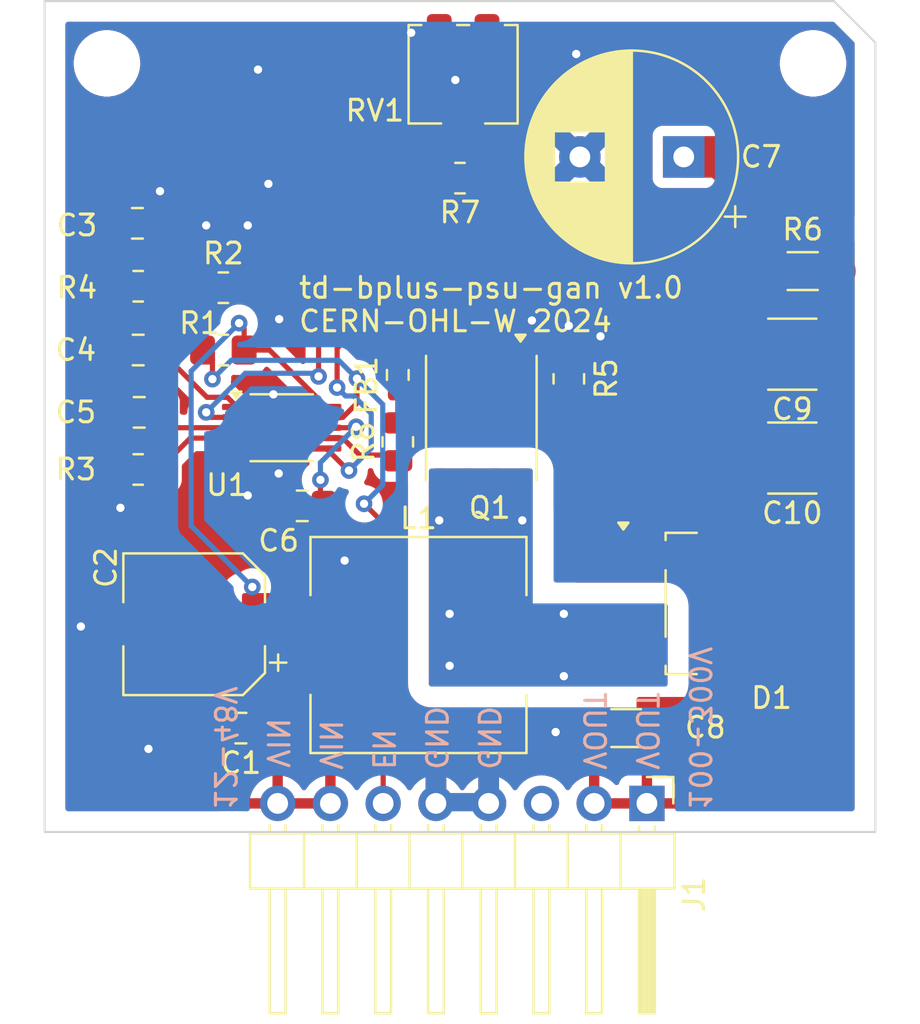
<source format=kicad_pcb>
(kicad_pcb (version 20240108) (generator "pcbnew") (generator_version "8.0")
  (layers (0 "F.Cu" signal) (31 "B.Cu" signal) (34 "B.Paste" user) (35 "F.Paste" user) (36 "B.SilkS" user "B.Silkscreen") (37 "F.SilkS" user "F.Silkscreen") (38 "B.Mask" user) (39 "F.Mask" user) (44 "Edge.Cuts" user))
  (net 0 "")
  (net 1 "+48V")
  (net 2 "GND")
  (net 3 "Net-(C3-Pad1)")
  (net 4 "Net-(U1-VC)")
  (net 5 "Net-(U1-SS)")
  (net 6 "Net-(U1-INTVCC)")
  (net 7 "HT")
  (net 8 "Net-(Q1-G)")
  (net 9 "Net-(FB1-Pad2)")
  (net 10 "BPLUS_EN")
  (net 11 "Net-(U1-RT)")
  (net 12 "Net-(R6-Pad2)")
  (net 13 "Net-(R7-Pad1)")
  (net 15 "/SW")
  (net 16 "Net-(U1-GATE)")
  (net 17 "Net-(U1-FBX)")
  (net 18 "Net-(Q1-KS)")
  (footprint "Connector_PinHeader_2.54mm:PinHeader_1x08_P2.54mm_Horizontal" (layer "F.Cu") (at 146 126.625 -90)
    (property "Reference" "J1" (at 4.385 -2.27 -90) (layer "F.SilkS"))
    (property "Value" "Conn_01x08_Pin")
    (pad "1" thru_hole rect (at 0 0 270) (size 1.7 1.7) (drill 1) (layers "*.Cu" "*.Mask") (net 7 "HT"))
    (pad "2" thru_hole oval (at 0 2.54 270) (size 1.7 1.7) (drill 1) (layers "*.Cu" "*.Mask") (net 7 "HT"))
    (pad "3" thru_hole oval (at 0 5.08 270) (size 1.7 1.7) (drill 1) (layers "*.Cu" "*.Mask"))
    (pad "4" thru_hole oval (at 0 7.62 270) (size 1.7 1.7) (drill 1) (layers "*.Cu" "*.Mask") (net 2 "GND"))
    (pad "5" thru_hole oval (at 0 10.16 270) (size 1.7 1.7) (drill 1) (layers "*.Cu" "*.Mask") (net 2 "GND"))
    (pad "6" thru_hole oval (at 0 12.7 270) (size 1.7 1.7) (drill 1) (layers "*.Cu" "*.Mask") (net 10 "BPLUS_EN"))
    (pad "7" thru_hole oval (at 0 15.24 270) (size 1.7 1.7) (drill 1) (layers "*.Cu" "*.Mask") (net 1 "+48V"))
    (pad "8" thru_hole oval (at 0 17.78 270) (size 1.7 1.7) (drill 1) (layers "*.Cu" "*.Mask") (net 1 "+48V"))
  )
  (footprint "Resistor_SMD:R_0805_2012Metric_Pad1.20x1.40mm_HandSolder" (layer "F.Cu") (at 121.505 110.55 180)
    (property "Reference" "R3" (at 3.005 0 0) (layer "F.SilkS"))
    (property "Value" "49.9k")
    (pad "1" smd roundrect (at -1 0 180) (size 1.2 1.4) (layers "F.Cu" "F.Paste" "F.Mask") (roundrect_rratio 0.208333) (net 11 "Net-(U1-RT)"))
    (pad "2" smd roundrect (at 1 0 180) (size 1.2 1.4) (layers "F.Cu" "F.Paste" "F.Mask") (roundrect_rratio 0.208333) (net 2 "GND"))
  )
  (footprint "Resistor_SMD:R_0805_2012Metric_Pad1.20x1.40mm_HandSolder" (layer "F.Cu") (at 125.605 104.8 180)
    (property "Reference" "R1" (at 1.145 1.295 0) (layer "F.SilkS"))
    (property "Value" "1M")
    (pad "1" smd roundrect (at -1 0 180) (size 1.2 1.4) (layers "F.Cu" "F.Paste" "F.Mask") (roundrect_rratio 0.208333) (net 1 "+48V"))
    (pad "2" smd roundrect (at 1 0 180) (size 1.2 1.4) (layers "F.Cu" "F.Paste" "F.Mask") (roundrect_rratio 0.208333) (net 10 "BPLUS_EN"))
  )
  (footprint "Resistor_SMD:R_0805_2012Metric_Pad1.20x1.40mm_HandSolder" (layer "F.Cu") (at 137 96.525 180)
    (property "Reference" "R7" (at 0 -1.65 0) (layer "F.SilkS"))
    (property "Value" "470")
    (pad "1" smd roundrect (at -1 0 180) (size 1.2 1.4) (layers "F.Cu" "F.Paste" "F.Mask") (roundrect_rratio 0.208333) (net 13 "Net-(R7-Pad1)"))
    (pad "2" smd roundrect (at 1 0 180) (size 1.2 1.4) (layers "F.Cu" "F.Paste" "F.Mask") (roundrect_rratio 0.208333) (net 2 "GND"))
  )
  (footprint "Capacitor_THT:CP_Radial_D10.0mm_P5.00mm" (layer "F.Cu") (at 147.772 95.504 180)
    (property "Reference" "C7" (at -3.728 0.004 180) (layer "F.SilkS"))
    (property "Value" "10uF")
    (pad "1" thru_hole rect (at 0 0 180) (size 2 2) (drill 1) (layers "*.Cu" "*.Mask") (net 7 "HT"))
    (pad "2" thru_hole circle (at 5 0 180) (size 2 2) (drill 1) (layers "*.Cu" "*.Mask") (net 2 "GND"))
  )
  (footprint "Capacitor_SMD:CP_Elec_6.3x5.9" (layer "F.Cu") (at 124.2 118 180)
    (property "Reference" "C2" (at 4.25 2.725 -90) (layer "F.SilkS"))
    (property "Value" "C_Polarized")
    (pad "1" smd roundrect (at -2.8 0 180) (size 3.5 1.6) (layers "F.Cu" "F.Paste" "F.Mask") (roundrect_rratio 0.15625) (net 1 "+48V"))
    (pad "2" smd roundrect (at 2.8 0 180) (size 3.5 1.6) (layers "F.Cu" "F.Paste" "F.Mask") (roundrect_rratio 0.15625) (net 2 "GND"))
  )
  (footprint "Inductor_SMD:L_Wuerth_HCI-1040" (layer "F.Cu") (at 135 119)
    (property "Reference" "L1" (at 0 -6.1 0) (layer "F.SilkS"))
    (property "Value" "10uH")
    (pad "1" smd rect (at -4 0) (size 3.5 4) (layers "F.Cu" "F.Paste" "F.Mask") (net 1 "+48V"))
    (pad "2" smd rect (at 4 0) (size 3.5 4) (layers "F.Cu" "F.Paste" "F.Mask") (net 15 "/SW"))
  )
  (footprint "Capacitor_SMD:C_0805_2012Metric_Pad1.18x1.45mm_HandSolder" (layer "F.Cu") (at 121.4675 98.7)
    (property "Reference" "C3" (at -2.9175 0.1 0) (layer "F.SilkS"))
    (property "Value" "0.01uF")
    (pad "1" smd roundrect (at -1.0375 0) (size 1.175 1.45) (layers "F.Cu" "F.Paste" "F.Mask") (roundrect_rratio 0.212766) (net 3 "Net-(C3-Pad1)"))
    (pad "2" smd roundrect (at 1.0375 0) (size 1.175 1.45) (layers "F.Cu" "F.Paste" "F.Mask") (roundrect_rratio 0.212766) (net 2 "GND"))
  )
  (footprint "Capacitor_SMD:C_0805_2012Metric" (layer "F.Cu") (at 126.45 123 180)
    (property "Reference" "C1" (at 0 -1.68 180) (layer "F.SilkS"))
    (property "Value" "0.1uF")
    (pad "1" smd roundrect (at -0.95 0 180) (size 1 1.45) (layers "F.Cu" "F.Paste" "F.Mask") (net 1 "+48V"))
    (pad "2" smd roundrect (at 0.95 0 180) (size 1 1.45) (layers "F.Cu" "F.Paste" "F.Mask") (net 2 "GND"))
  )
  (footprint "Resistor_SMD:R_1206_3216Metric_Pad1.30x1.75mm_HandSolder" (layer "F.Cu") (at 153.5 101 180)
    (property "Reference" "R6" (at 0 2 180) (layer "F.SilkS"))
    (property "Value" "70K")
    (pad "1" smd roundrect (at -1.55 0 180) (size 1.3 1.75) (layers "F.Cu" "F.Paste" "F.Mask") (roundrect_rratio 0.192308) (net 7 "HT"))
    (pad "2" smd roundrect (at 1.55 0 180) (size 1.3 1.75) (layers "F.Cu" "F.Paste" "F.Mask") (roundrect_rratio 0.192308) (net 12 "Net-(R6-Pad2)"))
  )
  (footprint "Resistor_SMD:R_0805_2012Metric_Pad1.20x1.40mm_HandSolder" (layer "F.Cu") (at 142.24 106.188 90)
    (property "Reference" "R5" (at 0.005 1.8 -90) (layer "F.SilkS"))
    (property "Value" "0.01")
    (pad "1" smd roundrect (at -1 0 90) (size 1.2 1.4) (layers "F.Cu" "F.Paste" "F.Mask") (roundrect_rratio 0.208333) (net 18 "Net-(Q1-KS)"))
    (pad "2" smd roundrect (at 1 0 90) (size 1.2 1.4) (layers "F.Cu" "F.Paste" "F.Mask") (roundrect_rratio 0.208333) (net 2 "GND"))
  )
  (footprint "Resistor_SMD:R_0603_1608Metric" (layer "F.Cu") (at 134.005 106 -90)
    (property "Reference" "FB1" (at 0.5 1.505 90) (layer "F.SilkS"))
    (property "Value" "FerriteBead_Small")
    (pad "1" smd roundrect (at -0.825 0 270) (size 0.8 0.95) (layers "F.Cu" "F.Paste" "F.Mask") (net 8 "Net-(Q1-G)"))
    (pad "2" smd roundrect (at 0.825 0 270) (size 0.8 0.95) (layers "F.Cu" "F.Paste" "F.Mask") (net 9 "Net-(FB1-Pad2)"))
  )
  (footprint "Capacitor_SMD:C_1812_4532Metric" (layer "F.Cu") (at 153 105 180)
    (property "Reference" "C9" (at 0 -2.65 180) (layer "F.SilkS"))
    (property "Value" "1uF")
    (pad "1" smd roundrect (at -2.05 0 180) (size 1.4 3.4) (layers "F.Cu" "F.Paste" "F.Mask") (roundrect_rratio 0.178571) (net 7 "HT"))
    (pad "2" smd roundrect (at 2.05 0 180) (size 1.4 3.4) (layers "F.Cu" "F.Paste" "F.Mask") (roundrect_rratio 0.178571) (net 2 "GND"))
  )
  (footprint "MountingHole:MountingHole_2.7mm_M2.5" (layer "F.Cu") (at 154 91)
    (property "Reference" "H2" (hide yes))
    (property "Value" "MountingHole")
    (pad "" np_thru_hole circle (at 0 0) (size 2.7 2.7) (drill 2.7) (layers "*.Cu" "*.Mask"))
  )
  (footprint "Capacitor_SMD:C_1812_4532Metric" (layer "F.Cu") (at 153 110 180)
    (property "Reference" "C10" (at 0 -2.65 180) (layer "F.SilkS"))
    (property "Value" "1uF")
    (pad "1" smd roundrect (at -2.05 0 180) (size 1.4 3.4) (layers "F.Cu" "F.Paste" "F.Mask") (roundrect_rratio 0.178571) (net 7 "HT"))
    (pad "2" smd roundrect (at 2.05 0 180) (size 1.4 3.4) (layers "F.Cu" "F.Paste" "F.Mask") (roundrect_rratio 0.178571) (net 2 "GND"))
  )
  (footprint "Capacitor_SMD:C_0805_2012Metric" (layer "F.Cu") (at 121.555 107.8 180)
    (property "Reference" "C5" (at 3.055 0 0) (layer "F.SilkS"))
    (property "Value" "1uF")
    (pad "1" smd roundrect (at -0.95 0 180) (size 1 1.45) (layers "F.Cu" "F.Paste" "F.Mask") (net 5 "Net-(U1-SS)"))
    (pad "2" smd roundrect (at 0.95 0 180) (size 1 1.45) (layers "F.Cu" "F.Paste" "F.Mask") (net 2 "GND"))
  )
  (footprint "Resistor_SMD:R_0805_2012Metric_Pad1.20x1.40mm_HandSolder" (layer "F.Cu") (at 121.505 101.73 180)
    (property "Reference" "R4" (at 2.955 -0.07 0) (layer "F.SilkS"))
    (property "Value" "49.9k")
    (pad "1" smd roundrect (at -1 0 180) (size 1.2 1.4) (layers "F.Cu" "F.Paste" "F.Mask") (roundrect_rratio 0.208333) (net 4 "Net-(U1-VC)"))
    (pad "2" smd roundrect (at 1 0 180) (size 1.2 1.4) (layers "F.Cu" "F.Paste" "F.Mask") (roundrect_rratio 0.208333) (net 3 "Net-(C3-Pad1)"))
  )
  (footprint "Capacitor_SMD:C_0805_2012Metric_Pad1.18x1.45mm_HandSolder" (layer "F.Cu") (at 121.505 104.8 180)
    (property "Reference" "C4" (at 3.005 0 0) (layer "F.SilkS"))
    (property "Value" "100pF")
    (pad "1" smd roundrect (at -1.0375 0 180) (size 1.175 1.45) (layers "F.Cu" "F.Paste" "F.Mask") (roundrect_rratio 0.212766) (net 4 "Net-(U1-VC)"))
    (pad "2" smd roundrect (at 1.0375 0 180) (size 1.175 1.45) (layers "F.Cu" "F.Paste" "F.Mask") (roundrect_rratio 0.212766) (net 2 "GND"))
  )
  (footprint "Resistor_SMD:R_0805_2012Metric_Pad1.20x1.40mm_HandSolder" (layer "F.Cu") (at 125.605 101.8)
    (property "Reference" "R2" (at 0 -1.65 0) (layer "F.SilkS"))
    (property "Value" "100k")
    (pad "1" smd roundrect (at -1 0) (size 1.2 1.4) (layers "F.Cu" "F.Paste" "F.Mask") (roundrect_rratio 0.208333) (net 10 "BPLUS_EN"))
    (pad "2" smd roundrect (at 1 0) (size 1.2 1.4) (layers "F.Cu" "F.Paste" "F.Mask") (roundrect_rratio 0.208333) (net 2 "GND"))
  )
  (footprint "Capacitor_SMD:C_1206_3216Metric_Pad1.33x1.80mm_HandSolder" (layer "F.Cu") (at 145 123 180)
    (property "Reference" "C8" (at -3.8125 0.025 180) (layer "F.SilkS"))
    (property "Value" "0.1uF")
    (pad "1" smd roundrect (at -1.5625 0 180) (size 1.325 1.8) (layers "F.Cu" "F.Paste" "F.Mask") (roundrect_rratio 0.188679) (net 7 "HT"))
    (pad "2" smd roundrect (at 1.5625 0 180) (size 1.325 1.8) (layers "F.Cu" "F.Paste" "F.Mask") (roundrect_rratio 0.188679) (net 2 "GND"))
  )
  (footprint "td-bplus-psu-gan:Trasphorm_Power_DFN-8L_5x6" (layer "F.Cu") (at 138.005 108.075 -90)
    (property "Reference" "Q1" (at 4.32 -0.425 180) (layer "F.SilkS"))
    (property "Value" "~")
    (pad "0" smd rect (at -0.6375 0 270) (size 2.2 4.7) (layers "F.Cu" "F.Mask") (net 18 "Net-(Q1-KS)"))
    (pad "1" smd roundrect (at -2.825 -1.905 270) (size 1.2 0.65) (layers "F.Cu" "F.Paste" "F.Mask"))
    (pad "2" smd roundrect (at -2.825 -0.635 270) (size 1.2 0.65) (layers "F.Cu" "F.Paste" "F.Mask"))
    (pad "3" smd roundrect (at -2.825 0.635 270) (size 1.2 0.65) (layers "F.Cu" "F.Paste" "F.Mask") (net 18 "Net-(Q1-KS)"))
    (pad "4" smd roundrect (at -2.825 1.905 270) (size 1.2 0.65) (layers "F.Cu" "F.Paste" "F.Mask") (net 8 "Net-(Q1-G)"))
    (pad "5" smd roundrect (at 2.925 1.995 270) (size 1 0.7) (layers "F.Cu" "F.Paste" "F.Mask") (net 15 "/SW"))
    (pad "6" smd roundrect (at 2.925 0.665 270) (size 1 0.7) (layers "F.Cu" "F.Paste" "F.Mask") (net 15 "/SW"))
    (pad "7" smd roundrect (at 2.925 -0.665 270) (size 1 0.7) (layers "F.Cu" "F.Paste" "F.Mask") (net 15 "/SW"))
    (pad "8" smd roundrect (at 2.925 -1.995 270) (size 1 0.7) (layers "F.Cu" "F.Paste" "F.Mask") (net 15 "/SW"))
  )
  (footprint "Capacitor_SMD:C_0805_2012Metric_Pad1.18x1.45mm_HandSolder" (layer "F.Cu") (at 129.405 112.3 180)
    (property "Reference" "C6" (at 1.135 -1.68 0) (layer "F.SilkS"))
    (property "Value" "4.7uF")
    (pad "1" smd roundrect (at -1.0375 0 180) (size 1.175 1.45) (layers "F.Cu" "F.Paste" "F.Mask") (roundrect_rratio 0.212766) (net 6 "Net-(U1-INTVCC)"))
    (pad "2" smd roundrect (at 1.0375 0 180) (size 1.175 1.45) (layers "F.Cu" "F.Paste" "F.Mask") (roundrect_rratio 0.212766) (net 2 "GND"))
  )
  (footprint "Package_SO:MSOP-10-1EP_3x3mm_P0.5mm_EP1.68x1.88mm" (layer "F.Cu") (at 128.415 108.54)
    (property "Reference" "U1" (at -2.635 2.76 0) (layer "F.SilkS"))
    (property "Value" "LT3758AEMSE")
    (pad "1" smd roundrect (at -2.15 -1) (size 1.45 0.3) (layers "F.Cu" "F.Paste" "F.Mask") (net 4 "Net-(U1-VC)"))
    (pad "2" smd roundrect (at -2.15 -0.5) (size 1.45 0.3) (layers "F.Cu" "F.Paste" "F.Mask") (net 17 "Net-(U1-FBX)"))
    (pad "3" smd roundrect (at -2.15 0) (size 1.45 0.3) (layers "F.Cu" "F.Paste" "F.Mask") (net 5 "Net-(U1-SS)"))
    (pad "4" smd roundrect (at -2.15 0.5) (size 1.45 0.3) (layers "F.Cu" "F.Paste" "F.Mask") (net 11 "Net-(U1-RT)"))
    (pad "5" smd roundrect (at -2.15 1) (size 1.45 0.3) (layers "F.Cu" "F.Paste" "F.Mask") (net 2 "GND"))
    (pad "6" smd roundrect (at 2.15 1) (size 1.45 0.3) (layers "F.Cu" "F.Paste" "F.Mask") (net 18 "Net-(Q1-KS)"))
    (pad "7" smd roundrect (at 2.15 0.5) (size 1.45 0.3) (layers "F.Cu" "F.Paste" "F.Mask") (net 16 "Net-(U1-GATE)"))
    (pad "8" smd roundrect (at 2.15 0) (size 1.45 0.3) (layers "F.Cu" "F.Paste" "F.Mask") (net 6 "Net-(U1-INTVCC)"))
    (pad "9" smd roundrect (at 2.15 -0.5) (size 1.45 0.3) (layers "F.Cu" "F.Paste" "F.Mask") (net 10 "BPLUS_EN"))
    (pad "10" smd roundrect (at 2.15 -1) (size 1.45 0.3) (layers "F.Cu" "F.Paste" "F.Mask") (net 1 "+48V"))
    (pad "11" smd rect (at 0 0) (size 1.68 1.88) (property pad_prop_heatsink) (layers "F.Cu" "F.Mask") (net 2 "GND"))
  )
  (footprint "Potentiometer_SMD:Potentiometer_Bourns_3314S_Horizontal" (layer "F.Cu") (at 137.15 91.525)
    (property "Reference" "RV1" (at -4.25 1.75 0) (layer "F.SilkS"))
    (property "Value" "5k")
    (pad "1" smd roundrect (at -1.15 -2.025) (size 1.2 1.75) (layers "F.Cu" "F.Paste" "F.Mask") (roundrect_rratio 0.2083333333) (net 13 "Net-(R7-Pad1)"))
    (pad "2" smd roundrect (at 0 2.025) (size 1.6 1.75) (layers "F.Cu" "F.Paste" "F.Mask") (roundrect_rratio 0.15625) (net 17 "Net-(U1-FBX)"))
    (pad "3" smd roundrect (at 1.15 -2.025) (size 1.2 1.75) (layers "F.Cu" "F.Paste" "F.Mask") (roundrect_rratio 0.2108333333) (net 12 "Net-(R6-Pad2)"))
  )
  (footprint "Resistor_SMD:R_0805_2012Metric" (layer "F.Cu") (at 134.005 109.22 90)
    (property "Reference" "R8" (at 0 -1.65 -90) (layer "F.SilkS"))
    (property "Value" "75")
    (pad "1" smd roundrect (at -0.9125 0 90) (size 1.025 1.4) (layers "F.Cu" "F.Paste" "F.Mask") (roundrect_rratio 0.243902) (net 16 "Net-(U1-GATE)"))
    (pad "2" smd roundrect (at 0.9125 0 90) (size 1.025 1.4) (layers "F.Cu" "F.Paste" "F.Mask") (roundrect_rratio 0.243902) (net 9 "Net-(FB1-Pad2)"))
  )
  (footprint "Package_TO_SOT_SMD:TO-252-2_TabPin1" (layer "F.Cu") (at 149.975 117)
    (property "Reference" "D1" (at 2.025 4.55 0) (layer "F.SilkS"))
    (property "Value" "WNSC2D04650DJ")
    (pad "1" smd roundrect (at -5.375 -2.3) (size 3.5 2) (layers "F.Cu" "F.Paste" "F.Mask") (net 7 "HT"))
    (pad "1" smd roundrect (at 2.025 0) (size 7 7) (layers "F.Cu" "F.Mask") (roundrect_rratio 0.03571428571) (net 7 "HT"))
    (pad "2" smd roundrect (at -5.375 2.28) (size 3.5 2) (layers "F.Cu" "F.Paste" "F.Mask") (net 15 "/SW"))
  )
  (footprint "MountingHole:MountingHole_2.7mm_M2.5" (layer "F.Cu") (at 120 91)
    (property "Reference" "H1" (hide yes))
    (property "Value" "MountingHole")
    (pad "" np_thru_hole circle (at 0 0) (size 2.7 2.7) (drill 2.7) (layers "*.Cu" "*.Mask"))
  )
  (gr_line (start 117 88) (end 155 88) (stroke (width 0.1)) (layer "Edge.Cuts"))
  (gr_line (start 117 128) (end 117 88) (stroke (width 0.1)) (layer "Edge.Cuts"))
  (gr_line (start 155 88) (end 157 90) (stroke (width 0.1)) (layer "Edge.Cuts"))
  (gr_line (start 157 128) (end 117 128) (stroke (width 0.1)) (layer "Edge.Cuts"))
  (gr_line (start 157 90) (end 157 128) (stroke (width 0.1)) (layer "Edge.Cuts"))
  (gr_text "VIN" (at 130.175 125.095 -90) (layer "B.SilkS") (effects (font (size 1 1)) (justify left bottom mirror)))
  (gr_text "VIN" (at 127.635 125 -90) (layer "B.SilkS") (effects (font (size 1 1)) (justify left bottom mirror)))
  (gr_text "12-48V" (at 125.095 127 -90) (layer "B.SilkS") (effects (font (size 1 1)) (justify left bottom mirror)))
  (gr_text "EN" (at 132.715 125.095 270) (layer "B.SilkS") (effects (font (size 1 1)) (justify left bottom mirror)))
  (gr_text "GND" (at 137.795 125.095 270) (layer "B.SilkS") (effects (font (size 1 1)) (justify left bottom mirror)))
  (gr_text "VOUT" (at 145.415 125.095 270) (layer "B.SilkS") (effects (font (size 1 1)) (justify left bottom mirror)))
  (gr_text "VOUT" (at 142.875 125.095 270) (layer "B.SilkS") (effects (font (size 1 1)) (justify left bottom mirror)))
  (gr_text "GND" (at 135.255 125.095 270) (layer "B.SilkS") (effects (font (size 1 1)) (justify left bottom mirror)))
  (gr_text "100-300V" (at 147.955 127 270) (layer "B.SilkS") (effects (font (size 1 1)) (justify left bottom mirror)))
  (gr_text "td-bplus-psu-gan v1.0\nCERN-OHL-W 2024" (at 129.159 104 0) (layer "F.SilkS") (effects (font (size 1 1)) (justify left bottom)))
  (segment (start 127.825 104.8) (end 130.565 107.54) (width 0.25) (layer "F.Cu") (net 1))
  (segment (start 126.605 104.8) (end 127.825 104.8) (width 0.25) (layer "F.Cu") (net 1))
  (segment (start 127 118) (end 127 116.205006) (width 0.25) (layer "F.Cu") (net 1))
  (segment (start 127 116.205006) (end 126.999994 116.205) (width 0.25) (layer "F.Cu") (net 1))
  (segment (start 126.605 103.745) (end 126.365 103.505) (width 0.25) (layer "F.Cu") (net 1))
  (segment (start 126.605 104.8) (end 126.605 103.745) (width 0.25) (layer "F.Cu") (net 1))
  (via (at 126.365 103.505) (size 0.8) (drill 0.4) (layers "F.Cu" "B.Cu") (net 1))
  (via (at 126.999994 116.205) (size 0.8) (drill 0.4) (layers "F.Cu" "B.Cu") (net 1))
  (segment (start 124.055 113.260006) (end 126.999994 116.205) (width 0.25) (layer "B.Cu") (net 1))
  (segment (start 126.365 103.505) (end 124.055 105.815) (width 0.25) (layer "B.Cu") (net 1))
  (segment (start 124.055 105.815) (end 124.055 113.260006) (width 0.25) (layer "B.Cu") (net 1))
  (segment (start 126.265 110.285) (end 126.265 109.54) (width 0.25) (layer "F.Cu") (net 2))
  (via (at 122 124) (size 0.8) (drill 0.4) (layers "F.Cu" "B.Cu") (net 2))
  (via (at 141.605 123.19) (size 0.8) (drill 0.4) (layers "F.Cu" "B.Cu") (net 2))
  (via (at 142.595946 90.54993) (size 0.8) (drill 0.4) (layers "F.Cu" "B.Cu") (net 2))
  (via (at 127.775 96.8) (size 0.8) (drill 0.4) (layers "F.Cu" "B.Cu") (net 2))
  (via (at 128.292653 103.312653) (size 0.8) (drill 0.4) (layers "F.Cu" "B.Cu") (net 2))
  (via (at 128.27 110.744) (size 0.8) (drill 0.4) (layers "F.Cu" "B.Cu") (net 2))
  (via (at 120.65 112.395) (size 0.8) (drill 0.4) (layers "F.Cu" "B.Cu") (net 2))
  (via (at 140.462 103.378) (size 0.8) (drill 0.4) (layers "F.Cu" "B.Cu") (net 2))
  (via (at 128.016 106.934) (size 0.8) (drill 0.4) (layers "F.Cu" "B.Cu") (net 2))
  (via (at 143.764 104.14) (size 0.8) (drill 0.4) (layers "F.Cu" "B.Cu") (net 2))
  (via (at 136.775 91.8) (size 0.8) (drill 0.4) (layers "F.Cu" "B.Cu") (net 2))
  (via (at 118.745 118.11) (size 0.8) (drill 0.4) (layers "F.Cu" "B.Cu") (net 2))
  (via (at 134.65 89.525) (size 0.8) (drill 0.4) (layers "F.Cu" "B.Cu") (net 2))
  (via (at 122.555 97.155) (size 0.8) (drill 0.4) (layers "F.Cu" "B.Cu") (net 2))
  (via (at 126.78 98.8) (size 0.8) (drill 0.4) (layers "F.Cu" "B.Cu") (net 2))
  (via (at 131.445 114.935) (size 0.8) (drill 0.4) (layers "F.Cu" "B.Cu") (net 2))
  (via (at 142.24 103.632) (size 0.8) (drill 0.4) (layers "F.Cu" "B.Cu") (net 2))
  (via (at 127.275 91.3) (size 0.8) (drill 0.4) (layers "F.Cu" "B.Cu") (net 2))
  (via (at 124.78 98.8) (size 0.8) (drill 0.4) (layers "F.Cu" "B.Cu") (net 2))
  (via (at 126.78 111.8) (size 0.8) (drill 0.4) (layers "F.Cu" "B.Cu") (net 2))
  (segment (start 120.505 98.775) (end 120.43 98.7) (width 0.25) (layer "F.Cu") (net 3))
  (segment (start 120.505 101.73) (end 120.505 98.775) (width 0.25) (layer "F.Cu") (net 3))
  (segment (start 122.5425 104.8) (end 122.5425 101.7675) (width 0.25) (layer "F.Cu") (net 4))
  (segment (start 125.8 107.075) (end 124.8175 107.075) (width 0.25) (layer "F.Cu") (net 4))
  (segment (start 126.265 107.54) (end 125.8 107.075) (width 0.25) (layer "F.Cu") (net 4))
  (segment (start 122.5425 101.7675) (end 122.505 101.73) (width 0.25) (layer "F.Cu") (net 4))
  (segment (start 124.8175 107.075) (end 122.5425 104.8) (width 0.25) (layer "F.Cu") (net 4))
  (segment (start 123.245 108.54) (end 126.265 108.54) (width 0.25) (layer "F.Cu") (net 5))
  (segment (start 122.505 107.8) (end 123.245 108.54) (width 0.25) (layer "F.Cu") (net 5))
  (segment (start 130.565 108.54) (end 131.9578 108.54) (width 0.25) (layer "F.Cu") (net 6))
  (segment (start 130.28 112.1375) (end 130.4425 112.3) (width 0.25) (layer "F.Cu") (net 6))
  (segment (start 131.9578 108.54) (end 132.000609 108.497191) (width 0.25) (layer "F.Cu") (net 6))
  (segment (start 130.28 111.05) (end 130.28 112.1375) (width 0.25) (layer "F.Cu") (net 6))
  (via (at 132.000609 108.497191) (size 0.8) (drill 0.4) (layers "F.Cu" "B.Cu") (net 6))
  (via (at 130.28 111.05) (size 0.8) (drill 0.4) (layers "F.Cu" "B.Cu") (net 6))
  (segment (start 130.28 110.2178) (end 132.000609 108.497191) (width 0.25) (layer "B.Cu") (net 6))
  (segment (start 130.28 111.05) (end 130.28 110.2178) (width 0.25) (layer "B.Cu") (net 6))
  (segment (start 147.772 95.504) (end 149.554 95.504) (width 2) (layer "F.Cu") (net 7))
  (segment (start 149.554 95.504) (end 155.05 101) (width 2) (layer "F.Cu") (net 7))
  (segment (start 134.005 105.175) (end 136.025 105.175) (width 0.25) (layer "F.Cu") (net 8))
  (segment (start 136.025 105.175) (end 136.1 105.25) (width 0.25) (layer "F.Cu") (net 8))
  (segment (start 134.005 108.0875) (end 134.005 106.825) (width 0.25) (layer "F.Cu") (net 9))
  (segment (start 131.357764 108.04) (end 132.040584 107.35718) (width 0.25) (layer "F.Cu") (net 10))
  (segment (start 125.08 106.2) (end 125.08 105.275) (width 0.25) (layer "F.Cu") (net 10))
  (segment (start 124.605 104.8) (end 124.605 101.8) (width 0.25) (layer "F.Cu") (net 10))
  (segment (start 132.040584 107.35718) (end 132.040584 106.176172) (width 0.25) (layer "F.Cu") (net 10))
  (segment (start 133.3 126.625) (end 133.3 113.12) (width 0.25) (layer "F.Cu") (net 10))
  (segment (start 130.565 108.04) (end 131.357764 108.04) (width 0.25) (layer "F.Cu") (net 10))
  (segment (start 125.08 105.275) (end 124.605 104.8) (width 0.25) (layer "F.Cu") (net 10))
  (segment (start 133.3 113.12) (end 132.38 112.2) (width 0.25) (layer "F.Cu") (net 10))
  (via (at 132.040584 106.176172) (size 0.8) (drill 0.4) (layers "F.Cu" "B.Cu") (net 10))
  (via (at 132.38 112.2) (size 0.8) (drill 0.4) (layers "F.Cu" "B.Cu") (net 10))
  (via (at 125.08 106.2) (size 0.8) (drill 0.4) (layers "F.Cu" "B.Cu") (net 10))
  (segment (start 132.38 112.2) (end 133.28 111.3) (width 0.25) (layer "B.Cu") (net 10))
  (segment (start 133.28 107.415588) (end 132.040584 106.176172) (width 0.25) (layer "B.Cu") (net 10))
  (segment (start 125.985506 105.294494) (end 131.158906 105.294494) (width 0.25) (layer "B.Cu") (net 10))
  (segment (start 131.158906 105.294494) (end 132.040584 106.176172) (width 0.25) (layer "B.Cu") (net 10))
  (segment (start 133.28 111.3) (end 133.28 107.415588) (width 0.25) (layer "B.Cu") (net 10))
  (segment (start 125.08 106.2) (end 125.985506 105.294494) (width 0.25) (layer "B.Cu") (net 10))
  (segment (start 126.265 109.04) (end 124.015 109.04) (width 0.25) (layer "F.Cu") (net 11))
  (segment (start 124.015 109.04) (end 122.505 110.55) (width 0.25) (layer "F.Cu") (net 11))
  (segment (start 142 101) (end 151.95 101) (width 0.25) (layer "F.Cu") (net 12))
  (segment (start 138.3 89.5) (end 139 90.2) (width 0.25) (layer "F.Cu") (net 12))
  (segment (start 139 98) (end 142 101) (width 0.25) (layer "F.Cu") (net 12))
  (segment (start 139 90.2) (end 139 98) (width 0.25) (layer "F.Cu") (net 12))
  (segment (start 136 89.5) (end 138.275 91.775) (width 0.25) (layer "F.Cu") (net 13))
  (segment (start 138.275 91.775) (end 138.275 96.25) (width 0.25) (layer "F.Cu") (net 13))
  (segment (start 138.275 96.25) (end 138 96.525) (width 0.25) (layer "F.Cu") (net 13))
  (via (at 136 113) (size 0.8) (drill 0.4) (layers "F.Cu" "B.Cu") (net 15))
  (via (at 136.5 120) (size 0.8) (drill 0.4) (layers "F.Cu" "B.Cu") (net 15))
  (via (at 140 113) (size 0.8) (drill 0.4) (layers "F.Cu" "B.Cu") (net 15))
  (via (at 142 120.5) (size 0.8) (drill 0.4) (layers "F.Cu" "B.Cu") (net 15))
  (via (at 136.5 117.5) (size 0.8) (drill 0.4) (layers "F.Cu" "B.Cu") (net 15))
  (via (at 142 117.5) (size 0.8) (drill 0.4) (layers "F.Cu" "B.Cu") (net 15))
  (segment (start 130.565 109.04) (end 131.355685 109.04) (width 0.25) (layer "F.Cu") (net 16))
  (segment (start 131.355685 109.04) (end 132.170685 109.855) (width 0.25) (layer "F.Cu") (net 16))
  (segment (start 132.170685 109.855) (end 133.505 109.855) (width 0.25) (layer "F.Cu") (net 16))
  (segment (start 137.35 93.55) (end 130.19051 100.70949) (width 0.25) (layer "F.Cu") (net 17))
  (segment (start 130.19051 100.70949) (end 130.19051 106.069494) (width 0.25) (layer "F.Cu") (net 17))
  (segment (start 124.78 107.8) (end 125.02 108.04) (width 0.25) (layer "F.Cu") (net 17))
  (segment (start 125.02 108.04) (end 126.265 108.04) (width 0.25) (layer "F.Cu") (net 17))
  (via (at 124.78 107.8) (size 0.8) (drill 0.4) (layers "F.Cu" "B.Cu") (net 17))
  (via (at 130.19051 106.069494) (size 0.8) (drill 0.4) (layers "F.Cu" "B.Cu") (net 17))
  (segment (start 126.662 105.918) (end 130.039016 105.918) (width 0.25) (layer "B.Cu") (net 17))
  (segment (start 124.78 107.8) (end 126.662 105.918) (width 0.25) (layer "B.Cu") (net 17))
  (segment (start 130.039016 105.918) (end 130.19051 106.069494) (width 0.25) (layer "B.Cu") (net 17))
  (segment (start 137.37 104.650001) (end 137.044999 104.325) (width 0.25) (layer "F.Cu") (net 18))
  (segment (start 137.044999 104.325) (end 131.48 104.325) (width 0.25) (layer "F.Cu") (net 18))
  (segment (start 131.625 110.6) (end 131.655 110.6) (width 0.25) (layer "F.Cu") (net 18))
  (segment (start 137.37 106.8025) (end 138.005 107.4375) (width 0.25) (layer "F.Cu") (net 18))
  (segment (start 137.37 105.25) (end 137.37 104.650001) (width 0.25) (layer "F.Cu") (net 18))
  (segment (start 130.565 109.54) (end 131.625 110.6) (width 0.25) (layer "F.Cu") (net 18))
  (segment (start 131.082495 104.722505) (end 131.082495 106.60579) (width 0.25) (layer "F.Cu") (net 18))
  (segment (start 137.37 105.25) (end 137.37 106.8025) (width 0.25) (layer "F.Cu") (net 18))
  (segment (start 131.48 104.325) (end 131.082495 104.722505) (width 0.25) (layer "F.Cu") (net 18))
  (segment (start 138.005 107.4375) (end 141.9905 107.4375) (width 2) (layer "F.Cu") (net 18))
  (segment (start 141.9905 107.4375) (end 142.24 107.188) (width 2) (layer "F.Cu") (net 18))
  (via (at 131.082495 106.60579) (size 0.8) (drill 0.4) (layers "F.Cu" "B.Cu") (net 18))
  (via (at 131.655 110.6) (size 0.8) (drill 0.4) (layers "F.Cu" "B.Cu") (net 18))
  (segment (start 132.725609 107.856699) (end 131.881257 107.012347) (width 0.25) (layer "B.Cu") (net 18))
  (segment (start 131.881257 107.012347) (end 131.489052 107.012347) (width 0.25) (layer "B.Cu") (net 18))
  (segment (start 131.489052 107.012347) (end 131.082495 106.60579) (width 0.25) (layer "B.Cu") (net 18))
  (segment (start 132.725609 109.529391) (end 132.725609 107.856699) (width 0.25) (layer "B.Cu") (net 18))
  (segment (start 131.655 110.6) (end 132.725609 109.529391) (width 0.25) (layer "B.Cu") (net 18))
  (zone (net 1) (net_name "+48V") (layer "F.Cu") (priority 1) (connect_pads thru_hole_only (clearance 1)) (min_thickness 0.25) (fill yes (thermal_gap 0.5) (thermal_bridge_width 0.5))
    (polygon (pts (xy 126.5 127) (xy 132 127) (xy 132 116.5) (xy 126.5 116.5)))
  )
  (zone (net 0) (net_name "") (layer "F.Cu") (connect_pads thru_hole_only (clearance 0)) (min_thickness 0.25)
    (keepout (tracks not_allowed) (vias not_allowed) (pads not_allowed) (copperpour not_allowed) (footprints allowed))
    (fill (thermal_gap 0.5) (thermal_bridge_width 0.5))
    (polygon (pts (xy 135.382 108.712) (xy 140.462 108.712) (xy 140.462 110.236) (xy 135.382 110.236)))
  )
  (zone (net 7) (net_name "HT") (layer "F.Cu") (priority 3) (connect_pads thru_hole_only (clearance 1)) (min_thickness 0.25) (fill yes (thermal_gap 0.5) (thermal_bridge_width 0.5))
    (polygon (pts (xy 142.4 127) (xy 142.5 124.5) (xy 145.5 124.5) (xy 145.5 121.5) (xy 148.5 121.5) (xy 148.5 116) (xy 142.5 116) (xy 142.494 113.03) (xy 146.05 113.03) (xy 146 113) (xy 153 113) (xy 153 99.5) (xy 156 99.5) (xy 156 127)))
  )
  (zone (net 15) (net_name "/SW") (layers "F&B.Cu") (priority 2) (connect_pads thru_hole_only (clearance 1)) (min_thickness 0.25) (fill yes (thermal_gap 0.5) (thermal_bridge_width 0.5))
    (polygon (pts (xy 135.5 110.5) (xy 140.5 110.5) (xy 140.5 117) (xy 147 117) (xy 147 121) (xy 135.5 121)))
  )
  (zone (net 2) (net_name "GND") (layers "F&B.Cu") (connect_pads thru_hole_only (clearance 0.5)) (min_thickness 0.25) (fill yes (thermal_gap 0.5) (thermal_bridge_width 1))
    (polygon (pts (xy 118 127) (xy 156 127) (xy 156 90) (xy 155 89) (xy 118 89)))
  )
)
</source>
